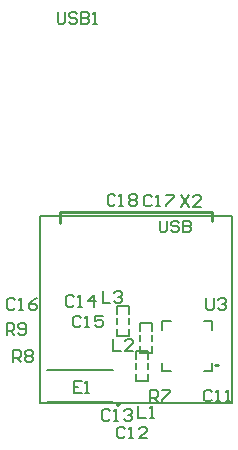
<source format=gto>
G04*
G04 #@! TF.GenerationSoftware,Altium Limited,Altium Designer,20.1.8 (145)*
G04*
G04 Layer_Color=65535*
%FSLAX25Y25*%
%MOIN*%
G70*
G04*
G04 #@! TF.SameCoordinates,21FBFEBA-D07F-42F0-8C11-0AAD296DAF8C*
G04*
G04*
G04 #@! TF.FilePolarity,Positive*
G04*
G01*
G75*
%ADD10C,0.00984*%
%ADD11C,0.00800*%
%ADD12C,0.00700*%
%ADD13C,0.00591*%
%ADD14C,0.01000*%
%ADD15C,0.00500*%
D10*
X574536Y202802D02*
X573749D01*
X574536D01*
X541600Y189900D02*
X540850Y190333D01*
Y189467D01*
X541600Y189900D01*
D11*
X540800Y213500D02*
Y215000D01*
Y212500D02*
Y213500D01*
Y212500D02*
X544800D01*
Y215000D01*
X540800Y220000D02*
Y222500D01*
X544800D01*
Y220000D02*
Y222500D01*
X540800Y216500D02*
Y218500D01*
X544800Y216500D02*
Y218500D01*
X551200Y204900D02*
Y206400D01*
Y207400D01*
X547200D02*
X551200D01*
X547200Y204900D02*
Y207400D01*
X551200Y197400D02*
Y199900D01*
X547200Y197400D02*
X551200D01*
X547200D02*
Y199900D01*
X551200Y201400D02*
Y203400D01*
X547200Y201400D02*
Y203400D01*
X548600Y210800D02*
Y212800D01*
X552600Y210800D02*
Y212800D01*
X548600Y206800D02*
Y209300D01*
Y206800D02*
X552600D01*
Y209300D01*
X548600Y214300D02*
Y216800D01*
X552600D01*
Y215800D02*
Y216800D01*
Y214300D02*
Y215800D01*
D12*
X572591Y200909D02*
Y203672D01*
X569828Y200909D02*
X572591D01*
Y214728D02*
Y217491D01*
X569828D02*
X572591D01*
X556009D02*
X558772D01*
X556009Y214728D02*
Y217491D01*
Y200909D02*
X558772D01*
X556009D02*
Y203672D01*
D13*
X517576Y201215D02*
X539624D01*
X517576Y190585D02*
X539624D01*
X562220Y259568D02*
X564844Y255632D01*
Y259568D02*
X562220Y255632D01*
X568780D02*
X566156D01*
X568780Y258256D01*
Y258912D01*
X568124Y259568D01*
X566812D01*
X566156Y258912D01*
X552704Y259012D02*
X552048Y259668D01*
X550736D01*
X550080Y259012D01*
Y256388D01*
X550736Y255732D01*
X552048D01*
X552704Y256388D01*
X554016Y255732D02*
X555328D01*
X554672D01*
Y259668D01*
X554016Y259012D01*
X557296Y259668D02*
X559920D01*
Y259012D01*
X557296Y256388D01*
Y255732D01*
X536120Y227468D02*
Y223532D01*
X538744D01*
X540056Y226812D02*
X540712Y227468D01*
X542024D01*
X542680Y226812D01*
Y226156D01*
X542024Y225500D01*
X541368D01*
X542024D01*
X542680Y224844D01*
Y224188D01*
X542024Y223532D01*
X540712D01*
X540056Y224188D01*
X540404Y259112D02*
X539748Y259768D01*
X538436D01*
X537780Y259112D01*
Y256488D01*
X538436Y255832D01*
X539748D01*
X540404Y256488D01*
X541716Y255832D02*
X543028D01*
X542372D01*
Y259768D01*
X541716Y259112D01*
X544996D02*
X545652Y259768D01*
X546964D01*
X547620Y259112D01*
Y258456D01*
X546964Y257800D01*
X547620Y257144D01*
Y256488D01*
X546964Y255832D01*
X545652D01*
X544996Y256488D01*
Y257144D01*
X545652Y257800D01*
X544996Y258456D01*
Y259112D01*
X545652Y257800D02*
X546964D01*
X570620Y225268D02*
Y221988D01*
X571276Y221332D01*
X572588D01*
X573244Y221988D01*
Y225268D01*
X574556Y224612D02*
X575212Y225268D01*
X576524D01*
X577180Y224612D01*
Y223956D01*
X576524Y223300D01*
X575868D01*
X576524D01*
X577180Y222644D01*
Y221988D01*
X576524Y221332D01*
X575212D01*
X574556Y221988D01*
X552020Y190632D02*
Y194568D01*
X553988D01*
X554644Y193912D01*
Y192600D01*
X553988Y191944D01*
X552020D01*
X553332D02*
X554644Y190632D01*
X555956Y194568D02*
X558580D01*
Y193912D01*
X555956Y191288D01*
Y190632D01*
X547976Y189268D02*
Y185332D01*
X550600D01*
X551912D02*
X553224D01*
X552568D01*
Y189268D01*
X551912Y188612D01*
X538704Y187412D02*
X538048Y188068D01*
X536736D01*
X536080Y187412D01*
Y184788D01*
X536736Y184132D01*
X538048D01*
X538704Y184788D01*
X540016Y184132D02*
X541328D01*
X540672D01*
Y188068D01*
X540016Y187412D01*
X543296D02*
X543952Y188068D01*
X545264D01*
X545920Y187412D01*
Y186756D01*
X545264Y186100D01*
X544608D01*
X545264D01*
X545920Y185444D01*
Y184788D01*
X545264Y184132D01*
X543952D01*
X543296Y184788D01*
X507004Y224512D02*
X506348Y225168D01*
X505036D01*
X504380Y224512D01*
Y221888D01*
X505036Y221232D01*
X506348D01*
X507004Y221888D01*
X508316Y221232D02*
X509628D01*
X508972D01*
Y225168D01*
X508316Y224512D01*
X514220Y225168D02*
X512908Y224512D01*
X511596Y223200D01*
Y221888D01*
X512252Y221232D01*
X513564D01*
X514220Y221888D01*
Y222544D01*
X513564Y223200D01*
X511596D01*
X528904Y218712D02*
X528248Y219368D01*
X526936D01*
X526280Y218712D01*
Y216088D01*
X526936Y215432D01*
X528248D01*
X528904Y216088D01*
X530216Y215432D02*
X531528D01*
X530872D01*
Y219368D01*
X530216Y218712D01*
X536120Y219368D02*
X533496D01*
Y217400D01*
X534808Y218056D01*
X535464D01*
X536120Y217400D01*
Y216088D01*
X535464Y215432D01*
X534152D01*
X533496Y216088D01*
X526604Y225512D02*
X525948Y226168D01*
X524636D01*
X523980Y225512D01*
Y222888D01*
X524636Y222232D01*
X525948D01*
X526604Y222888D01*
X527916Y222232D02*
X529228D01*
X528572D01*
Y226168D01*
X527916Y225512D01*
X533164Y222232D02*
Y226168D01*
X531196Y224200D01*
X533820D01*
X504120Y212832D02*
Y216768D01*
X506088D01*
X506744Y216112D01*
Y214800D01*
X506088Y214144D01*
X504120D01*
X505432D02*
X506744Y212832D01*
X508056Y213488D02*
X508712Y212832D01*
X510024D01*
X510680Y213488D01*
Y216112D01*
X510024Y216768D01*
X508712D01*
X508056Y216112D01*
Y215456D01*
X508712Y214800D01*
X510680D01*
X506420Y203932D02*
Y207868D01*
X508388D01*
X509044Y207212D01*
Y205900D01*
X508388Y205244D01*
X506420D01*
X507732D02*
X509044Y203932D01*
X510356Y207212D02*
X511012Y207868D01*
X512324D01*
X512980Y207212D01*
Y206556D01*
X512324Y205900D01*
X512980Y205244D01*
Y204588D01*
X512324Y203932D01*
X511012D01*
X510356Y204588D01*
Y205244D01*
X511012Y205900D01*
X510356Y206556D01*
Y207212D01*
X511012Y205900D02*
X512324D01*
X529100Y197468D02*
X526476D01*
Y193532D01*
X529100D01*
X526476Y195500D02*
X527788D01*
X530412Y193532D02*
X531724D01*
X531068D01*
Y197468D01*
X530412Y196812D01*
X572660Y194012D02*
X572004Y194668D01*
X570692D01*
X570036Y194012D01*
Y191388D01*
X570692Y190732D01*
X572004D01*
X572660Y191388D01*
X573972Y190732D02*
X575284D01*
X574628D01*
Y194668D01*
X573972Y194012D01*
X577252Y190732D02*
X578564D01*
X577908D01*
Y194668D01*
X577252Y194012D01*
X555100Y251036D02*
Y247756D01*
X555756Y247100D01*
X557068D01*
X557724Y247756D01*
Y251036D01*
X561660Y250380D02*
X561004Y251036D01*
X559692D01*
X559036Y250380D01*
Y249724D01*
X559692Y249068D01*
X561004D01*
X561660Y248412D01*
Y247756D01*
X561004Y247100D01*
X559692D01*
X559036Y247756D01*
X562971Y251036D02*
Y247100D01*
X564939D01*
X565595Y247756D01*
Y248412D01*
X564939Y249068D01*
X562971D01*
X564939D01*
X565595Y249724D01*
Y250380D01*
X564939Y251036D01*
X562971D01*
X521100Y320636D02*
Y317356D01*
X521756Y316700D01*
X523068D01*
X523724Y317356D01*
Y320636D01*
X527660Y319980D02*
X527004Y320636D01*
X525692D01*
X525036Y319980D01*
Y319324D01*
X525692Y318668D01*
X527004D01*
X527660Y318012D01*
Y317356D01*
X527004Y316700D01*
X525692D01*
X525036Y317356D01*
X528971Y320636D02*
Y316700D01*
X530939D01*
X531595Y317356D01*
Y318012D01*
X530939Y318668D01*
X528971D01*
X530939D01*
X531595Y319324D01*
Y319980D01*
X530939Y320636D01*
X528971D01*
X532907Y316700D02*
X534219D01*
X533563D01*
Y320636D01*
X532907Y319980D01*
X539620Y211568D02*
Y207632D01*
X542244D01*
X546180D02*
X543556D01*
X546180Y210256D01*
Y210912D01*
X545524Y211568D01*
X544212D01*
X543556Y210912D01*
X543604Y181712D02*
X542948Y182368D01*
X541636D01*
X540980Y181712D01*
Y179088D01*
X541636Y178432D01*
X542948D01*
X543604Y179088D01*
X544916Y178432D02*
X546228D01*
X545572D01*
Y182368D01*
X544916Y181712D01*
X550820Y178432D02*
X548196D01*
X550820Y181056D01*
Y181712D01*
X550164Y182368D01*
X548852D01*
X548196Y181712D01*
D14*
X572552Y250880D02*
Y253900D01*
X521765D02*
X572552D01*
X521765Y250093D02*
Y253900D01*
D15*
X515158Y252559D02*
X579331D01*
X515158Y190110D02*
X579331D01*
X515158D02*
Y252559D01*
X579331Y190110D02*
Y252559D01*
M02*

</source>
